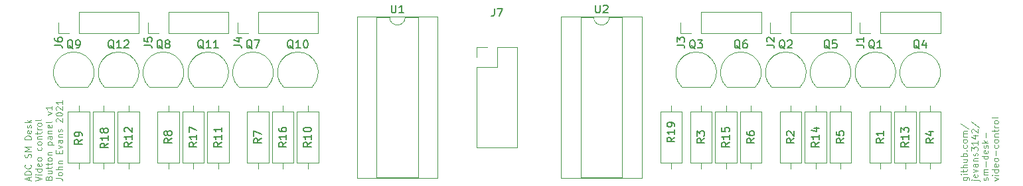
<source format=gbr>
G04 #@! TF.GenerationSoftware,KiCad,Pcbnew,(5.1.4-0-10_14)*
G04 #@! TF.CreationDate,2021-09-19T18:42:46+01:00*
G04 #@! TF.ProjectId,switch-module,73776974-6368-42d6-9d6f-64756c652e6b,rev?*
G04 #@! TF.SameCoordinates,Original*
G04 #@! TF.FileFunction,Legend,Top*
G04 #@! TF.FilePolarity,Positive*
%FSLAX46Y46*%
G04 Gerber Fmt 4.6, Leading zero omitted, Abs format (unit mm)*
G04 Created by KiCad (PCBNEW (5.1.4-0-10_14)) date 2021-09-19 18:42:46*
%MOMM*%
%LPD*%
G04 APERTURE LIST*
%ADD10C,0.125000*%
%ADD11C,0.120000*%
%ADD12C,0.150000*%
G04 APERTURE END LIST*
D10*
X155681071Y-75375416D02*
X156328690Y-75375416D01*
X156404880Y-75413511D01*
X156442976Y-75451607D01*
X156481071Y-75527797D01*
X156481071Y-75642083D01*
X156442976Y-75718273D01*
X156176309Y-75375416D02*
X156214404Y-75451607D01*
X156214404Y-75603988D01*
X156176309Y-75680178D01*
X156138214Y-75718273D01*
X156062023Y-75756369D01*
X155833452Y-75756369D01*
X155757261Y-75718273D01*
X155719166Y-75680178D01*
X155681071Y-75603988D01*
X155681071Y-75451607D01*
X155719166Y-75375416D01*
X156214404Y-74994464D02*
X155681071Y-74994464D01*
X155414404Y-74994464D02*
X155452500Y-75032559D01*
X155490595Y-74994464D01*
X155452500Y-74956369D01*
X155414404Y-74994464D01*
X155490595Y-74994464D01*
X155681071Y-74727797D02*
X155681071Y-74423035D01*
X155414404Y-74613511D02*
X156100119Y-74613511D01*
X156176309Y-74575416D01*
X156214404Y-74499226D01*
X156214404Y-74423035D01*
X156214404Y-74156369D02*
X155414404Y-74156369D01*
X156214404Y-73813511D02*
X155795357Y-73813511D01*
X155719166Y-73851607D01*
X155681071Y-73927797D01*
X155681071Y-74042083D01*
X155719166Y-74118273D01*
X155757261Y-74156369D01*
X155681071Y-73089702D02*
X156214404Y-73089702D01*
X155681071Y-73432559D02*
X156100119Y-73432559D01*
X156176309Y-73394464D01*
X156214404Y-73318273D01*
X156214404Y-73203988D01*
X156176309Y-73127797D01*
X156138214Y-73089702D01*
X156214404Y-72708750D02*
X155414404Y-72708750D01*
X155719166Y-72708750D02*
X155681071Y-72632559D01*
X155681071Y-72480178D01*
X155719166Y-72403988D01*
X155757261Y-72365892D01*
X155833452Y-72327797D01*
X156062023Y-72327797D01*
X156138214Y-72365892D01*
X156176309Y-72403988D01*
X156214404Y-72480178D01*
X156214404Y-72632559D01*
X156176309Y-72708750D01*
X156138214Y-71984940D02*
X156176309Y-71946845D01*
X156214404Y-71984940D01*
X156176309Y-72023035D01*
X156138214Y-71984940D01*
X156214404Y-71984940D01*
X156176309Y-71261130D02*
X156214404Y-71337321D01*
X156214404Y-71489702D01*
X156176309Y-71565892D01*
X156138214Y-71603988D01*
X156062023Y-71642083D01*
X155833452Y-71642083D01*
X155757261Y-71603988D01*
X155719166Y-71565892D01*
X155681071Y-71489702D01*
X155681071Y-71337321D01*
X155719166Y-71261130D01*
X156214404Y-70803988D02*
X156176309Y-70880178D01*
X156138214Y-70918273D01*
X156062023Y-70956369D01*
X155833452Y-70956369D01*
X155757261Y-70918273D01*
X155719166Y-70880178D01*
X155681071Y-70803988D01*
X155681071Y-70689702D01*
X155719166Y-70613511D01*
X155757261Y-70575416D01*
X155833452Y-70537321D01*
X156062023Y-70537321D01*
X156138214Y-70575416D01*
X156176309Y-70613511D01*
X156214404Y-70689702D01*
X156214404Y-70803988D01*
X156214404Y-70194464D02*
X155681071Y-70194464D01*
X155757261Y-70194464D02*
X155719166Y-70156369D01*
X155681071Y-70080178D01*
X155681071Y-69965892D01*
X155719166Y-69889702D01*
X155795357Y-69851607D01*
X156214404Y-69851607D01*
X155795357Y-69851607D02*
X155719166Y-69813511D01*
X155681071Y-69737321D01*
X155681071Y-69623035D01*
X155719166Y-69546845D01*
X155795357Y-69508750D01*
X156214404Y-69508750D01*
X155376309Y-68556369D02*
X156404880Y-69242083D01*
X157006071Y-75718273D02*
X157691785Y-75718273D01*
X157767976Y-75756369D01*
X157806071Y-75832559D01*
X157806071Y-75870654D01*
X156739404Y-75718273D02*
X156777500Y-75756369D01*
X156815595Y-75718273D01*
X156777500Y-75680178D01*
X156739404Y-75718273D01*
X156815595Y-75718273D01*
X157501309Y-75032559D02*
X157539404Y-75108750D01*
X157539404Y-75261130D01*
X157501309Y-75337321D01*
X157425119Y-75375416D01*
X157120357Y-75375416D01*
X157044166Y-75337321D01*
X157006071Y-75261130D01*
X157006071Y-75108750D01*
X157044166Y-75032559D01*
X157120357Y-74994464D01*
X157196547Y-74994464D01*
X157272738Y-75375416D01*
X157006071Y-74727797D02*
X157539404Y-74537321D01*
X157006071Y-74346845D01*
X157539404Y-73699226D02*
X157120357Y-73699226D01*
X157044166Y-73737321D01*
X157006071Y-73813511D01*
X157006071Y-73965892D01*
X157044166Y-74042083D01*
X157501309Y-73699226D02*
X157539404Y-73775416D01*
X157539404Y-73965892D01*
X157501309Y-74042083D01*
X157425119Y-74080178D01*
X157348928Y-74080178D01*
X157272738Y-74042083D01*
X157234642Y-73965892D01*
X157234642Y-73775416D01*
X157196547Y-73699226D01*
X157006071Y-73318273D02*
X157539404Y-73318273D01*
X157082261Y-73318273D02*
X157044166Y-73280178D01*
X157006071Y-73203988D01*
X157006071Y-73089702D01*
X157044166Y-73013511D01*
X157120357Y-72975416D01*
X157539404Y-72975416D01*
X157501309Y-72632559D02*
X157539404Y-72556369D01*
X157539404Y-72403988D01*
X157501309Y-72327797D01*
X157425119Y-72289702D01*
X157387023Y-72289702D01*
X157310833Y-72327797D01*
X157272738Y-72403988D01*
X157272738Y-72518273D01*
X157234642Y-72594464D01*
X157158452Y-72632559D01*
X157120357Y-72632559D01*
X157044166Y-72594464D01*
X157006071Y-72518273D01*
X157006071Y-72403988D01*
X157044166Y-72327797D01*
X156739404Y-72023035D02*
X156739404Y-71527797D01*
X157044166Y-71794464D01*
X157044166Y-71680178D01*
X157082261Y-71603988D01*
X157120357Y-71565892D01*
X157196547Y-71527797D01*
X157387023Y-71527797D01*
X157463214Y-71565892D01*
X157501309Y-71603988D01*
X157539404Y-71680178D01*
X157539404Y-71908750D01*
X157501309Y-71984940D01*
X157463214Y-72023035D01*
X157539404Y-70765892D02*
X157539404Y-71223035D01*
X157539404Y-70994464D02*
X156739404Y-70994464D01*
X156853690Y-71070654D01*
X156929880Y-71146845D01*
X156967976Y-71223035D01*
X157006071Y-70080178D02*
X157539404Y-70080178D01*
X156701309Y-70270654D02*
X157272738Y-70461130D01*
X157272738Y-69965892D01*
X156815595Y-69699226D02*
X156777500Y-69661130D01*
X156739404Y-69584940D01*
X156739404Y-69394464D01*
X156777500Y-69318273D01*
X156815595Y-69280178D01*
X156891785Y-69242083D01*
X156967976Y-69242083D01*
X157082261Y-69280178D01*
X157539404Y-69737321D01*
X157539404Y-69242083D01*
X156701309Y-68327797D02*
X157729880Y-69013511D01*
X158826309Y-75756369D02*
X158864404Y-75680178D01*
X158864404Y-75527797D01*
X158826309Y-75451607D01*
X158750119Y-75413511D01*
X158712023Y-75413511D01*
X158635833Y-75451607D01*
X158597738Y-75527797D01*
X158597738Y-75642083D01*
X158559642Y-75718273D01*
X158483452Y-75756369D01*
X158445357Y-75756369D01*
X158369166Y-75718273D01*
X158331071Y-75642083D01*
X158331071Y-75527797D01*
X158369166Y-75451607D01*
X158864404Y-75070654D02*
X158331071Y-75070654D01*
X158407261Y-75070654D02*
X158369166Y-75032559D01*
X158331071Y-74956369D01*
X158331071Y-74842083D01*
X158369166Y-74765892D01*
X158445357Y-74727797D01*
X158864404Y-74727797D01*
X158445357Y-74727797D02*
X158369166Y-74689702D01*
X158331071Y-74613511D01*
X158331071Y-74499226D01*
X158369166Y-74423035D01*
X158445357Y-74384940D01*
X158864404Y-74384940D01*
X158559642Y-74003988D02*
X158559642Y-73394464D01*
X158864404Y-72670654D02*
X158064404Y-72670654D01*
X158826309Y-72670654D02*
X158864404Y-72746845D01*
X158864404Y-72899226D01*
X158826309Y-72975416D01*
X158788214Y-73013511D01*
X158712023Y-73051607D01*
X158483452Y-73051607D01*
X158407261Y-73013511D01*
X158369166Y-72975416D01*
X158331071Y-72899226D01*
X158331071Y-72746845D01*
X158369166Y-72670654D01*
X158826309Y-71984940D02*
X158864404Y-72061130D01*
X158864404Y-72213511D01*
X158826309Y-72289702D01*
X158750119Y-72327797D01*
X158445357Y-72327797D01*
X158369166Y-72289702D01*
X158331071Y-72213511D01*
X158331071Y-72061130D01*
X158369166Y-71984940D01*
X158445357Y-71946845D01*
X158521547Y-71946845D01*
X158597738Y-72327797D01*
X158826309Y-71642083D02*
X158864404Y-71565892D01*
X158864404Y-71413511D01*
X158826309Y-71337321D01*
X158750119Y-71299226D01*
X158712023Y-71299226D01*
X158635833Y-71337321D01*
X158597738Y-71413511D01*
X158597738Y-71527797D01*
X158559642Y-71603988D01*
X158483452Y-71642083D01*
X158445357Y-71642083D01*
X158369166Y-71603988D01*
X158331071Y-71527797D01*
X158331071Y-71413511D01*
X158369166Y-71337321D01*
X158864404Y-70956369D02*
X158064404Y-70956369D01*
X158559642Y-70880178D02*
X158864404Y-70651607D01*
X158331071Y-70651607D02*
X158635833Y-70956369D01*
X158559642Y-70308750D02*
X158559642Y-69699226D01*
X159656071Y-75794464D02*
X160189404Y-75603988D01*
X159656071Y-75413511D01*
X160189404Y-75108750D02*
X159656071Y-75108750D01*
X159389404Y-75108750D02*
X159427500Y-75146845D01*
X159465595Y-75108750D01*
X159427500Y-75070654D01*
X159389404Y-75108750D01*
X159465595Y-75108750D01*
X160189404Y-74384940D02*
X159389404Y-74384940D01*
X160151309Y-74384940D02*
X160189404Y-74461130D01*
X160189404Y-74613511D01*
X160151309Y-74689702D01*
X160113214Y-74727797D01*
X160037023Y-74765892D01*
X159808452Y-74765892D01*
X159732261Y-74727797D01*
X159694166Y-74689702D01*
X159656071Y-74613511D01*
X159656071Y-74461130D01*
X159694166Y-74384940D01*
X160151309Y-73699226D02*
X160189404Y-73775416D01*
X160189404Y-73927797D01*
X160151309Y-74003988D01*
X160075119Y-74042083D01*
X159770357Y-74042083D01*
X159694166Y-74003988D01*
X159656071Y-73927797D01*
X159656071Y-73775416D01*
X159694166Y-73699226D01*
X159770357Y-73661130D01*
X159846547Y-73661130D01*
X159922738Y-74042083D01*
X160189404Y-73203988D02*
X160151309Y-73280178D01*
X160113214Y-73318273D01*
X160037023Y-73356369D01*
X159808452Y-73356369D01*
X159732261Y-73318273D01*
X159694166Y-73280178D01*
X159656071Y-73203988D01*
X159656071Y-73089702D01*
X159694166Y-73013511D01*
X159732261Y-72975416D01*
X159808452Y-72937321D01*
X160037023Y-72937321D01*
X160113214Y-72975416D01*
X160151309Y-73013511D01*
X160189404Y-73089702D01*
X160189404Y-73203988D01*
X159884642Y-72594464D02*
X159884642Y-71984940D01*
X160151309Y-71261130D02*
X160189404Y-71337321D01*
X160189404Y-71489702D01*
X160151309Y-71565892D01*
X160113214Y-71603988D01*
X160037023Y-71642083D01*
X159808452Y-71642083D01*
X159732261Y-71603988D01*
X159694166Y-71565892D01*
X159656071Y-71489702D01*
X159656071Y-71337321D01*
X159694166Y-71261130D01*
X160189404Y-70803988D02*
X160151309Y-70880178D01*
X160113214Y-70918273D01*
X160037023Y-70956369D01*
X159808452Y-70956369D01*
X159732261Y-70918273D01*
X159694166Y-70880178D01*
X159656071Y-70803988D01*
X159656071Y-70689702D01*
X159694166Y-70613511D01*
X159732261Y-70575416D01*
X159808452Y-70537321D01*
X160037023Y-70537321D01*
X160113214Y-70575416D01*
X160151309Y-70613511D01*
X160189404Y-70689702D01*
X160189404Y-70803988D01*
X159656071Y-70194464D02*
X160189404Y-70194464D01*
X159732261Y-70194464D02*
X159694166Y-70156369D01*
X159656071Y-70080178D01*
X159656071Y-69965892D01*
X159694166Y-69889702D01*
X159770357Y-69851607D01*
X160189404Y-69851607D01*
X159656071Y-69584940D02*
X159656071Y-69280178D01*
X159389404Y-69470654D02*
X160075119Y-69470654D01*
X160151309Y-69432559D01*
X160189404Y-69356369D01*
X160189404Y-69280178D01*
X160189404Y-69013511D02*
X159656071Y-69013511D01*
X159808452Y-69013511D02*
X159732261Y-68975416D01*
X159694166Y-68937321D01*
X159656071Y-68861130D01*
X159656071Y-68784940D01*
X160189404Y-68403988D02*
X160151309Y-68480178D01*
X160113214Y-68518273D01*
X160037023Y-68556369D01*
X159808452Y-68556369D01*
X159732261Y-68518273D01*
X159694166Y-68480178D01*
X159656071Y-68403988D01*
X159656071Y-68289702D01*
X159694166Y-68213511D01*
X159732261Y-68175416D01*
X159808452Y-68137321D01*
X160037023Y-68137321D01*
X160113214Y-68175416D01*
X160151309Y-68213511D01*
X160189404Y-68289702D01*
X160189404Y-68403988D01*
X160189404Y-67680178D02*
X160151309Y-67756369D01*
X160075119Y-67794464D01*
X159389404Y-67794464D01*
X36605833Y-75756369D02*
X36605833Y-75375416D01*
X36834404Y-75832559D02*
X36034404Y-75565892D01*
X36834404Y-75299226D01*
X36834404Y-75032559D02*
X36034404Y-75032559D01*
X36034404Y-74842083D01*
X36072500Y-74727797D01*
X36148690Y-74651607D01*
X36224880Y-74613511D01*
X36377261Y-74575416D01*
X36491547Y-74575416D01*
X36643928Y-74613511D01*
X36720119Y-74651607D01*
X36796309Y-74727797D01*
X36834404Y-74842083D01*
X36834404Y-75032559D01*
X36758214Y-73775416D02*
X36796309Y-73813511D01*
X36834404Y-73927797D01*
X36834404Y-74003988D01*
X36796309Y-74118273D01*
X36720119Y-74194464D01*
X36643928Y-74232559D01*
X36491547Y-74270654D01*
X36377261Y-74270654D01*
X36224880Y-74232559D01*
X36148690Y-74194464D01*
X36072500Y-74118273D01*
X36034404Y-74003988D01*
X36034404Y-73927797D01*
X36072500Y-73813511D01*
X36110595Y-73775416D01*
X36796309Y-72861130D02*
X36834404Y-72746845D01*
X36834404Y-72556369D01*
X36796309Y-72480178D01*
X36758214Y-72442083D01*
X36682023Y-72403988D01*
X36605833Y-72403988D01*
X36529642Y-72442083D01*
X36491547Y-72480178D01*
X36453452Y-72556369D01*
X36415357Y-72708750D01*
X36377261Y-72784940D01*
X36339166Y-72823035D01*
X36262976Y-72861130D01*
X36186785Y-72861130D01*
X36110595Y-72823035D01*
X36072500Y-72784940D01*
X36034404Y-72708750D01*
X36034404Y-72518273D01*
X36072500Y-72403988D01*
X36834404Y-72061130D02*
X36034404Y-72061130D01*
X36605833Y-71794464D01*
X36034404Y-71527797D01*
X36834404Y-71527797D01*
X36834404Y-70537321D02*
X36034404Y-70537321D01*
X36034404Y-70346845D01*
X36072500Y-70232559D01*
X36148690Y-70156369D01*
X36224880Y-70118273D01*
X36377261Y-70080178D01*
X36491547Y-70080178D01*
X36643928Y-70118273D01*
X36720119Y-70156369D01*
X36796309Y-70232559D01*
X36834404Y-70346845D01*
X36834404Y-70537321D01*
X36796309Y-69432559D02*
X36834404Y-69508750D01*
X36834404Y-69661130D01*
X36796309Y-69737321D01*
X36720119Y-69775416D01*
X36415357Y-69775416D01*
X36339166Y-69737321D01*
X36301071Y-69661130D01*
X36301071Y-69508750D01*
X36339166Y-69432559D01*
X36415357Y-69394464D01*
X36491547Y-69394464D01*
X36567738Y-69775416D01*
X36796309Y-69089702D02*
X36834404Y-69013511D01*
X36834404Y-68861130D01*
X36796309Y-68784940D01*
X36720119Y-68746845D01*
X36682023Y-68746845D01*
X36605833Y-68784940D01*
X36567738Y-68861130D01*
X36567738Y-68975416D01*
X36529642Y-69051607D01*
X36453452Y-69089702D01*
X36415357Y-69089702D01*
X36339166Y-69051607D01*
X36301071Y-68975416D01*
X36301071Y-68861130D01*
X36339166Y-68784940D01*
X36834404Y-68403988D02*
X36034404Y-68403988D01*
X36529642Y-68327797D02*
X36834404Y-68099226D01*
X36301071Y-68099226D02*
X36605833Y-68403988D01*
X37359404Y-75832559D02*
X38159404Y-75565892D01*
X37359404Y-75299226D01*
X38159404Y-75032559D02*
X37626071Y-75032559D01*
X37359404Y-75032559D02*
X37397500Y-75070654D01*
X37435595Y-75032559D01*
X37397500Y-74994464D01*
X37359404Y-75032559D01*
X37435595Y-75032559D01*
X38159404Y-74308750D02*
X37359404Y-74308750D01*
X38121309Y-74308750D02*
X38159404Y-74384940D01*
X38159404Y-74537321D01*
X38121309Y-74613511D01*
X38083214Y-74651607D01*
X38007023Y-74689702D01*
X37778452Y-74689702D01*
X37702261Y-74651607D01*
X37664166Y-74613511D01*
X37626071Y-74537321D01*
X37626071Y-74384940D01*
X37664166Y-74308750D01*
X38121309Y-73623035D02*
X38159404Y-73699226D01*
X38159404Y-73851607D01*
X38121309Y-73927797D01*
X38045119Y-73965892D01*
X37740357Y-73965892D01*
X37664166Y-73927797D01*
X37626071Y-73851607D01*
X37626071Y-73699226D01*
X37664166Y-73623035D01*
X37740357Y-73584940D01*
X37816547Y-73584940D01*
X37892738Y-73965892D01*
X38159404Y-73127797D02*
X38121309Y-73203988D01*
X38083214Y-73242083D01*
X38007023Y-73280178D01*
X37778452Y-73280178D01*
X37702261Y-73242083D01*
X37664166Y-73203988D01*
X37626071Y-73127797D01*
X37626071Y-73013511D01*
X37664166Y-72937321D01*
X37702261Y-72899226D01*
X37778452Y-72861130D01*
X38007023Y-72861130D01*
X38083214Y-72899226D01*
X38121309Y-72937321D01*
X38159404Y-73013511D01*
X38159404Y-73127797D01*
X38121309Y-71565892D02*
X38159404Y-71642083D01*
X38159404Y-71794464D01*
X38121309Y-71870654D01*
X38083214Y-71908750D01*
X38007023Y-71946845D01*
X37778452Y-71946845D01*
X37702261Y-71908750D01*
X37664166Y-71870654D01*
X37626071Y-71794464D01*
X37626071Y-71642083D01*
X37664166Y-71565892D01*
X38159404Y-71108750D02*
X38121309Y-71184940D01*
X38083214Y-71223035D01*
X38007023Y-71261130D01*
X37778452Y-71261130D01*
X37702261Y-71223035D01*
X37664166Y-71184940D01*
X37626071Y-71108750D01*
X37626071Y-70994464D01*
X37664166Y-70918273D01*
X37702261Y-70880178D01*
X37778452Y-70842083D01*
X38007023Y-70842083D01*
X38083214Y-70880178D01*
X38121309Y-70918273D01*
X38159404Y-70994464D01*
X38159404Y-71108750D01*
X37626071Y-70499226D02*
X38159404Y-70499226D01*
X37702261Y-70499226D02*
X37664166Y-70461130D01*
X37626071Y-70384940D01*
X37626071Y-70270654D01*
X37664166Y-70194464D01*
X37740357Y-70156369D01*
X38159404Y-70156369D01*
X37626071Y-69889702D02*
X37626071Y-69584940D01*
X37359404Y-69775416D02*
X38045119Y-69775416D01*
X38121309Y-69737321D01*
X38159404Y-69661130D01*
X38159404Y-69584940D01*
X38159404Y-69318273D02*
X37626071Y-69318273D01*
X37778452Y-69318273D02*
X37702261Y-69280178D01*
X37664166Y-69242083D01*
X37626071Y-69165892D01*
X37626071Y-69089702D01*
X38159404Y-68708750D02*
X38121309Y-68784940D01*
X38083214Y-68823035D01*
X38007023Y-68861130D01*
X37778452Y-68861130D01*
X37702261Y-68823035D01*
X37664166Y-68784940D01*
X37626071Y-68708750D01*
X37626071Y-68594464D01*
X37664166Y-68518273D01*
X37702261Y-68480178D01*
X37778452Y-68442083D01*
X38007023Y-68442083D01*
X38083214Y-68480178D01*
X38121309Y-68518273D01*
X38159404Y-68594464D01*
X38159404Y-68708750D01*
X38159404Y-67984940D02*
X38121309Y-68061130D01*
X38045119Y-68099226D01*
X37359404Y-68099226D01*
X39065357Y-75451607D02*
X39103452Y-75337321D01*
X39141547Y-75299226D01*
X39217738Y-75261130D01*
X39332023Y-75261130D01*
X39408214Y-75299226D01*
X39446309Y-75337321D01*
X39484404Y-75413511D01*
X39484404Y-75718273D01*
X38684404Y-75718273D01*
X38684404Y-75451607D01*
X38722500Y-75375416D01*
X38760595Y-75337321D01*
X38836785Y-75299226D01*
X38912976Y-75299226D01*
X38989166Y-75337321D01*
X39027261Y-75375416D01*
X39065357Y-75451607D01*
X39065357Y-75718273D01*
X38951071Y-74575416D02*
X39484404Y-74575416D01*
X38951071Y-74918273D02*
X39370119Y-74918273D01*
X39446309Y-74880178D01*
X39484404Y-74803988D01*
X39484404Y-74689702D01*
X39446309Y-74613511D01*
X39408214Y-74575416D01*
X38951071Y-74308750D02*
X38951071Y-74003988D01*
X38684404Y-74194464D02*
X39370119Y-74194464D01*
X39446309Y-74156369D01*
X39484404Y-74080178D01*
X39484404Y-74003988D01*
X38951071Y-73851607D02*
X38951071Y-73546845D01*
X38684404Y-73737321D02*
X39370119Y-73737321D01*
X39446309Y-73699226D01*
X39484404Y-73623035D01*
X39484404Y-73546845D01*
X39484404Y-73165892D02*
X39446309Y-73242083D01*
X39408214Y-73280178D01*
X39332023Y-73318273D01*
X39103452Y-73318273D01*
X39027261Y-73280178D01*
X38989166Y-73242083D01*
X38951071Y-73165892D01*
X38951071Y-73051607D01*
X38989166Y-72975416D01*
X39027261Y-72937321D01*
X39103452Y-72899226D01*
X39332023Y-72899226D01*
X39408214Y-72937321D01*
X39446309Y-72975416D01*
X39484404Y-73051607D01*
X39484404Y-73165892D01*
X38951071Y-72556369D02*
X39484404Y-72556369D01*
X39027261Y-72556369D02*
X38989166Y-72518273D01*
X38951071Y-72442083D01*
X38951071Y-72327797D01*
X38989166Y-72251607D01*
X39065357Y-72213511D01*
X39484404Y-72213511D01*
X38951071Y-71223035D02*
X39751071Y-71223035D01*
X38989166Y-71223035D02*
X38951071Y-71146845D01*
X38951071Y-70994464D01*
X38989166Y-70918273D01*
X39027261Y-70880178D01*
X39103452Y-70842083D01*
X39332023Y-70842083D01*
X39408214Y-70880178D01*
X39446309Y-70918273D01*
X39484404Y-70994464D01*
X39484404Y-71146845D01*
X39446309Y-71223035D01*
X39484404Y-70156369D02*
X39065357Y-70156369D01*
X38989166Y-70194464D01*
X38951071Y-70270654D01*
X38951071Y-70423035D01*
X38989166Y-70499226D01*
X39446309Y-70156369D02*
X39484404Y-70232559D01*
X39484404Y-70423035D01*
X39446309Y-70499226D01*
X39370119Y-70537321D01*
X39293928Y-70537321D01*
X39217738Y-70499226D01*
X39179642Y-70423035D01*
X39179642Y-70232559D01*
X39141547Y-70156369D01*
X38951071Y-69775416D02*
X39484404Y-69775416D01*
X39027261Y-69775416D02*
X38989166Y-69737321D01*
X38951071Y-69661130D01*
X38951071Y-69546845D01*
X38989166Y-69470654D01*
X39065357Y-69432559D01*
X39484404Y-69432559D01*
X39446309Y-68746845D02*
X39484404Y-68823035D01*
X39484404Y-68975416D01*
X39446309Y-69051607D01*
X39370119Y-69089702D01*
X39065357Y-69089702D01*
X38989166Y-69051607D01*
X38951071Y-68975416D01*
X38951071Y-68823035D01*
X38989166Y-68746845D01*
X39065357Y-68708750D01*
X39141547Y-68708750D01*
X39217738Y-69089702D01*
X39484404Y-68251607D02*
X39446309Y-68327797D01*
X39370119Y-68365892D01*
X38684404Y-68365892D01*
X38951071Y-67413511D02*
X39484404Y-67223035D01*
X38951071Y-67032559D01*
X39484404Y-66308750D02*
X39484404Y-66765892D01*
X39484404Y-66537321D02*
X38684404Y-66537321D01*
X38798690Y-66613511D01*
X38874880Y-66689702D01*
X38912976Y-66765892D01*
X40009404Y-75489702D02*
X40580833Y-75489702D01*
X40695119Y-75527797D01*
X40771309Y-75603988D01*
X40809404Y-75718273D01*
X40809404Y-75794464D01*
X40809404Y-74994464D02*
X40771309Y-75070654D01*
X40733214Y-75108750D01*
X40657023Y-75146845D01*
X40428452Y-75146845D01*
X40352261Y-75108750D01*
X40314166Y-75070654D01*
X40276071Y-74994464D01*
X40276071Y-74880178D01*
X40314166Y-74803988D01*
X40352261Y-74765892D01*
X40428452Y-74727797D01*
X40657023Y-74727797D01*
X40733214Y-74765892D01*
X40771309Y-74803988D01*
X40809404Y-74880178D01*
X40809404Y-74994464D01*
X40809404Y-74384940D02*
X40009404Y-74384940D01*
X40809404Y-74042083D02*
X40390357Y-74042083D01*
X40314166Y-74080178D01*
X40276071Y-74156369D01*
X40276071Y-74270654D01*
X40314166Y-74346845D01*
X40352261Y-74384940D01*
X40276071Y-73661130D02*
X40809404Y-73661130D01*
X40352261Y-73661130D02*
X40314166Y-73623035D01*
X40276071Y-73546845D01*
X40276071Y-73432559D01*
X40314166Y-73356369D01*
X40390357Y-73318273D01*
X40809404Y-73318273D01*
X40390357Y-72327797D02*
X40390357Y-72061130D01*
X40809404Y-71946845D02*
X40809404Y-72327797D01*
X40009404Y-72327797D01*
X40009404Y-71946845D01*
X40276071Y-71680178D02*
X40809404Y-71489702D01*
X40276071Y-71299226D01*
X40809404Y-70651607D02*
X40390357Y-70651607D01*
X40314166Y-70689702D01*
X40276071Y-70765892D01*
X40276071Y-70918273D01*
X40314166Y-70994464D01*
X40771309Y-70651607D02*
X40809404Y-70727797D01*
X40809404Y-70918273D01*
X40771309Y-70994464D01*
X40695119Y-71032559D01*
X40618928Y-71032559D01*
X40542738Y-70994464D01*
X40504642Y-70918273D01*
X40504642Y-70727797D01*
X40466547Y-70651607D01*
X40276071Y-70270654D02*
X40809404Y-70270654D01*
X40352261Y-70270654D02*
X40314166Y-70232559D01*
X40276071Y-70156369D01*
X40276071Y-70042083D01*
X40314166Y-69965892D01*
X40390357Y-69927797D01*
X40809404Y-69927797D01*
X40771309Y-69584940D02*
X40809404Y-69508750D01*
X40809404Y-69356369D01*
X40771309Y-69280178D01*
X40695119Y-69242083D01*
X40657023Y-69242083D01*
X40580833Y-69280178D01*
X40542738Y-69356369D01*
X40542738Y-69470654D01*
X40504642Y-69546845D01*
X40428452Y-69584940D01*
X40390357Y-69584940D01*
X40314166Y-69546845D01*
X40276071Y-69470654D01*
X40276071Y-69356369D01*
X40314166Y-69280178D01*
X40085595Y-68327797D02*
X40047500Y-68289702D01*
X40009404Y-68213511D01*
X40009404Y-68023035D01*
X40047500Y-67946845D01*
X40085595Y-67908750D01*
X40161785Y-67870654D01*
X40237976Y-67870654D01*
X40352261Y-67908750D01*
X40809404Y-68365892D01*
X40809404Y-67870654D01*
X40009404Y-67375416D02*
X40009404Y-67299226D01*
X40047500Y-67223035D01*
X40085595Y-67184940D01*
X40161785Y-67146845D01*
X40314166Y-67108750D01*
X40504642Y-67108750D01*
X40657023Y-67146845D01*
X40733214Y-67184940D01*
X40771309Y-67223035D01*
X40809404Y-67299226D01*
X40809404Y-67375416D01*
X40771309Y-67451607D01*
X40733214Y-67489702D01*
X40657023Y-67527797D01*
X40504642Y-67565892D01*
X40314166Y-67565892D01*
X40161785Y-67527797D01*
X40085595Y-67489702D01*
X40047500Y-67451607D01*
X40009404Y-67375416D01*
X40085595Y-66803988D02*
X40047500Y-66765892D01*
X40009404Y-66689702D01*
X40009404Y-66499226D01*
X40047500Y-66423035D01*
X40085595Y-66384940D01*
X40161785Y-66346845D01*
X40237976Y-66346845D01*
X40352261Y-66384940D01*
X40809404Y-66842083D01*
X40809404Y-66346845D01*
X40809404Y-65584940D02*
X40809404Y-66042083D01*
X40809404Y-65813511D02*
X40009404Y-65813511D01*
X40123690Y-65889702D01*
X40199880Y-65965892D01*
X40237976Y-66042083D01*
D11*
X44275000Y-67005000D02*
X41535000Y-67005000D01*
X41535000Y-67005000D02*
X41535000Y-73545000D01*
X41535000Y-73545000D02*
X44275000Y-73545000D01*
X44275000Y-73545000D02*
X44275000Y-67005000D01*
X42905000Y-66235000D02*
X42905000Y-67005000D01*
X42905000Y-74315000D02*
X42905000Y-73545000D01*
X110580000Y-54975000D02*
G75*
G02X108580000Y-54975000I-1000000J0D01*
G01*
X108580000Y-54975000D02*
X106930000Y-54975000D01*
X106930000Y-54975000D02*
X106930000Y-75415000D01*
X106930000Y-75415000D02*
X112230000Y-75415000D01*
X112230000Y-75415000D02*
X112230000Y-54975000D01*
X112230000Y-54975000D02*
X110580000Y-54975000D01*
X104440000Y-54915000D02*
X104440000Y-75475000D01*
X104440000Y-75475000D02*
X114720000Y-75475000D01*
X114720000Y-75475000D02*
X114720000Y-54915000D01*
X114720000Y-54915000D02*
X104440000Y-54915000D01*
X119845000Y-63870000D02*
X123445000Y-63870000D01*
X119806522Y-63858478D02*
G75*
G02X121645000Y-59420000I1838478J1838478D01*
G01*
X123483478Y-63858478D02*
G75*
G03X121645000Y-59420000I-1838478J1838478D01*
G01*
X93645000Y-58785000D02*
X94975000Y-58785000D01*
X93645000Y-60115000D02*
X93645000Y-58785000D01*
X96245000Y-58785000D02*
X98845000Y-58785000D01*
X96245000Y-61385000D02*
X96245000Y-58785000D01*
X93645000Y-61385000D02*
X96245000Y-61385000D01*
X98845000Y-58785000D02*
X98845000Y-71605000D01*
X93645000Y-61385000D02*
X93645000Y-71605000D01*
X93645000Y-71605000D02*
X98845000Y-71605000D01*
X152820000Y-57000000D02*
X152820000Y-54340000D01*
X145140000Y-57000000D02*
X152820000Y-57000000D01*
X145140000Y-54340000D02*
X152820000Y-54340000D01*
X145140000Y-57000000D02*
X145140000Y-54340000D01*
X143870000Y-57000000D02*
X142540000Y-57000000D01*
X142540000Y-57000000D02*
X142540000Y-55670000D01*
X131110000Y-57000000D02*
X131110000Y-55670000D01*
X132440000Y-57000000D02*
X131110000Y-57000000D01*
X133710000Y-57000000D02*
X133710000Y-54340000D01*
X133710000Y-54340000D02*
X141390000Y-54340000D01*
X133710000Y-57000000D02*
X141390000Y-57000000D01*
X141390000Y-57000000D02*
X141390000Y-54340000D01*
X129960000Y-57000000D02*
X129960000Y-54340000D01*
X122280000Y-57000000D02*
X129960000Y-57000000D01*
X122280000Y-54340000D02*
X129960000Y-54340000D01*
X122280000Y-57000000D02*
X122280000Y-54340000D01*
X121010000Y-57000000D02*
X119680000Y-57000000D01*
X119680000Y-57000000D02*
X119680000Y-55670000D01*
X63165000Y-57000000D02*
X63165000Y-55670000D01*
X64495000Y-57000000D02*
X63165000Y-57000000D01*
X65765000Y-57000000D02*
X65765000Y-54340000D01*
X65765000Y-54340000D02*
X73445000Y-54340000D01*
X65765000Y-57000000D02*
X73445000Y-57000000D01*
X73445000Y-57000000D02*
X73445000Y-54340000D01*
X62015000Y-57000000D02*
X62015000Y-54340000D01*
X54335000Y-57000000D02*
X62015000Y-57000000D01*
X54335000Y-54340000D02*
X62015000Y-54340000D01*
X54335000Y-57000000D02*
X54335000Y-54340000D01*
X53065000Y-57000000D02*
X51735000Y-57000000D01*
X51735000Y-57000000D02*
X51735000Y-55670000D01*
X40305000Y-57000000D02*
X40305000Y-55670000D01*
X41635000Y-57000000D02*
X40305000Y-57000000D01*
X42905000Y-57000000D02*
X42905000Y-54340000D01*
X42905000Y-54340000D02*
X50585000Y-54340000D01*
X42905000Y-57000000D02*
X50585000Y-57000000D01*
X50585000Y-57000000D02*
X50585000Y-54340000D01*
X142705000Y-63870000D02*
X146305000Y-63870000D01*
X142666522Y-63858478D02*
G75*
G02X144505000Y-59420000I1838478J1838478D01*
G01*
X146343478Y-63858478D02*
G75*
G03X144505000Y-59420000I-1838478J1838478D01*
G01*
X131275000Y-63870000D02*
X134875000Y-63870000D01*
X131236522Y-63858478D02*
G75*
G02X133075000Y-59420000I1838478J1838478D01*
G01*
X134913478Y-63858478D02*
G75*
G03X133075000Y-59420000I-1838478J1838478D01*
G01*
X148420000Y-63870000D02*
X152020000Y-63870000D01*
X148381522Y-63858478D02*
G75*
G02X150220000Y-59420000I1838478J1838478D01*
G01*
X152058478Y-63858478D02*
G75*
G03X150220000Y-59420000I-1838478J1838478D01*
G01*
X140628478Y-63858478D02*
G75*
G03X138790000Y-59420000I-1838478J1838478D01*
G01*
X136951522Y-63858478D02*
G75*
G02X138790000Y-59420000I1838478J1838478D01*
G01*
X136990000Y-63870000D02*
X140590000Y-63870000D01*
X125560000Y-63870000D02*
X129160000Y-63870000D01*
X125521522Y-63858478D02*
G75*
G02X127360000Y-59420000I1838478J1838478D01*
G01*
X129198478Y-63858478D02*
G75*
G03X127360000Y-59420000I-1838478J1838478D01*
G01*
X66968478Y-63858478D02*
G75*
G03X65130000Y-59420000I-1838478J1838478D01*
G01*
X63291522Y-63858478D02*
G75*
G02X65130000Y-59420000I1838478J1838478D01*
G01*
X63330000Y-63870000D02*
X66930000Y-63870000D01*
X55538478Y-63858478D02*
G75*
G03X53700000Y-59420000I-1838478J1838478D01*
G01*
X51861522Y-63858478D02*
G75*
G02X53700000Y-59420000I1838478J1838478D01*
G01*
X51900000Y-63870000D02*
X55500000Y-63870000D01*
X44108478Y-63858478D02*
G75*
G03X42270000Y-59420000I-1838478J1838478D01*
G01*
X40431522Y-63858478D02*
G75*
G02X42270000Y-59420000I1838478J1838478D01*
G01*
X40470000Y-63870000D02*
X44070000Y-63870000D01*
X72683478Y-63858478D02*
G75*
G03X70845000Y-59420000I-1838478J1838478D01*
G01*
X69006522Y-63858478D02*
G75*
G02X70845000Y-59420000I1838478J1838478D01*
G01*
X69045000Y-63870000D02*
X72645000Y-63870000D01*
X57615000Y-63870000D02*
X61215000Y-63870000D01*
X57576522Y-63858478D02*
G75*
G02X59415000Y-59420000I1838478J1838478D01*
G01*
X61253478Y-63858478D02*
G75*
G03X59415000Y-59420000I-1838478J1838478D01*
G01*
X49823478Y-63858478D02*
G75*
G03X47985000Y-59420000I-1838478J1838478D01*
G01*
X46146522Y-63858478D02*
G75*
G02X47985000Y-59420000I1838478J1838478D01*
G01*
X46185000Y-63870000D02*
X49785000Y-63870000D01*
X145140000Y-74315000D02*
X145140000Y-73545000D01*
X145140000Y-66235000D02*
X145140000Y-67005000D01*
X146510000Y-73545000D02*
X146510000Y-67005000D01*
X143770000Y-73545000D02*
X146510000Y-73545000D01*
X143770000Y-67005000D02*
X143770000Y-73545000D01*
X146510000Y-67005000D02*
X143770000Y-67005000D01*
X133710000Y-74315000D02*
X133710000Y-73545000D01*
X133710000Y-66235000D02*
X133710000Y-67005000D01*
X135080000Y-73545000D02*
X135080000Y-67005000D01*
X132340000Y-73545000D02*
X135080000Y-73545000D01*
X132340000Y-67005000D02*
X132340000Y-73545000D01*
X135080000Y-67005000D02*
X132340000Y-67005000D01*
X123650000Y-67005000D02*
X120910000Y-67005000D01*
X120910000Y-67005000D02*
X120910000Y-73545000D01*
X120910000Y-73545000D02*
X123650000Y-73545000D01*
X123650000Y-73545000D02*
X123650000Y-67005000D01*
X122280000Y-66235000D02*
X122280000Y-67005000D01*
X122280000Y-74315000D02*
X122280000Y-73545000D01*
X151490000Y-74315000D02*
X151490000Y-73545000D01*
X151490000Y-66235000D02*
X151490000Y-67005000D01*
X152860000Y-73545000D02*
X152860000Y-67005000D01*
X150120000Y-73545000D02*
X152860000Y-73545000D01*
X150120000Y-67005000D02*
X150120000Y-73545000D01*
X152860000Y-67005000D02*
X150120000Y-67005000D01*
X140060000Y-74315000D02*
X140060000Y-73545000D01*
X140060000Y-66235000D02*
X140060000Y-67005000D01*
X141430000Y-73545000D02*
X141430000Y-67005000D01*
X138690000Y-73545000D02*
X141430000Y-73545000D01*
X138690000Y-67005000D02*
X138690000Y-73545000D01*
X141430000Y-67005000D02*
X138690000Y-67005000D01*
X130000000Y-67005000D02*
X127260000Y-67005000D01*
X127260000Y-67005000D02*
X127260000Y-73545000D01*
X127260000Y-73545000D02*
X130000000Y-73545000D01*
X130000000Y-73545000D02*
X130000000Y-67005000D01*
X128630000Y-66235000D02*
X128630000Y-67005000D01*
X128630000Y-74315000D02*
X128630000Y-73545000D01*
X67135000Y-67005000D02*
X64395000Y-67005000D01*
X64395000Y-67005000D02*
X64395000Y-73545000D01*
X64395000Y-73545000D02*
X67135000Y-73545000D01*
X67135000Y-73545000D02*
X67135000Y-67005000D01*
X65765000Y-66235000D02*
X65765000Y-67005000D01*
X65765000Y-74315000D02*
X65765000Y-73545000D01*
X55705000Y-67005000D02*
X52965000Y-67005000D01*
X52965000Y-67005000D02*
X52965000Y-73545000D01*
X52965000Y-73545000D02*
X55705000Y-73545000D01*
X55705000Y-73545000D02*
X55705000Y-67005000D01*
X54335000Y-66235000D02*
X54335000Y-67005000D01*
X54335000Y-74315000D02*
X54335000Y-73545000D01*
X73485000Y-67005000D02*
X70745000Y-67005000D01*
X70745000Y-67005000D02*
X70745000Y-73545000D01*
X70745000Y-73545000D02*
X73485000Y-73545000D01*
X73485000Y-73545000D02*
X73485000Y-67005000D01*
X72115000Y-66235000D02*
X72115000Y-67005000D01*
X72115000Y-74315000D02*
X72115000Y-73545000D01*
X62055000Y-67005000D02*
X59315000Y-67005000D01*
X59315000Y-67005000D02*
X59315000Y-73545000D01*
X59315000Y-73545000D02*
X62055000Y-73545000D01*
X62055000Y-73545000D02*
X62055000Y-67005000D01*
X60685000Y-66235000D02*
X60685000Y-67005000D01*
X60685000Y-74315000D02*
X60685000Y-73545000D01*
X49255000Y-74315000D02*
X49255000Y-73545000D01*
X49255000Y-66235000D02*
X49255000Y-67005000D01*
X50625000Y-73545000D02*
X50625000Y-67005000D01*
X47885000Y-73545000D02*
X50625000Y-73545000D01*
X47885000Y-67005000D02*
X47885000Y-73545000D01*
X50625000Y-67005000D02*
X47885000Y-67005000D01*
X148315000Y-74315000D02*
X148315000Y-73545000D01*
X148315000Y-66235000D02*
X148315000Y-67005000D01*
X149685000Y-73545000D02*
X149685000Y-67005000D01*
X146945000Y-73545000D02*
X149685000Y-73545000D01*
X146945000Y-67005000D02*
X146945000Y-73545000D01*
X149685000Y-67005000D02*
X146945000Y-67005000D01*
X138255000Y-67005000D02*
X135515000Y-67005000D01*
X135515000Y-67005000D02*
X135515000Y-73545000D01*
X135515000Y-73545000D02*
X138255000Y-73545000D01*
X138255000Y-73545000D02*
X138255000Y-67005000D01*
X136885000Y-66235000D02*
X136885000Y-67005000D01*
X136885000Y-74315000D02*
X136885000Y-73545000D01*
X125455000Y-74315000D02*
X125455000Y-73545000D01*
X125455000Y-66235000D02*
X125455000Y-67005000D01*
X126825000Y-73545000D02*
X126825000Y-67005000D01*
X124085000Y-73545000D02*
X126825000Y-73545000D01*
X124085000Y-67005000D02*
X124085000Y-73545000D01*
X126825000Y-67005000D02*
X124085000Y-67005000D01*
X70310000Y-67005000D02*
X67570000Y-67005000D01*
X67570000Y-67005000D02*
X67570000Y-73545000D01*
X67570000Y-73545000D02*
X70310000Y-73545000D01*
X70310000Y-73545000D02*
X70310000Y-67005000D01*
X68940000Y-66235000D02*
X68940000Y-67005000D01*
X68940000Y-74315000D02*
X68940000Y-73545000D01*
X57510000Y-74315000D02*
X57510000Y-73545000D01*
X57510000Y-66235000D02*
X57510000Y-67005000D01*
X58880000Y-73545000D02*
X58880000Y-67005000D01*
X56140000Y-73545000D02*
X58880000Y-73545000D01*
X56140000Y-67005000D02*
X56140000Y-73545000D01*
X58880000Y-67005000D02*
X56140000Y-67005000D01*
X47450000Y-67005000D02*
X44710000Y-67005000D01*
X44710000Y-67005000D02*
X44710000Y-73545000D01*
X44710000Y-73545000D02*
X47450000Y-73545000D01*
X47450000Y-73545000D02*
X47450000Y-67005000D01*
X46080000Y-66235000D02*
X46080000Y-67005000D01*
X46080000Y-74315000D02*
X46080000Y-73545000D01*
X118470000Y-66235000D02*
X118470000Y-67005000D01*
X118470000Y-74315000D02*
X118470000Y-73545000D01*
X117100000Y-67005000D02*
X117100000Y-73545000D01*
X119840000Y-67005000D02*
X117100000Y-67005000D01*
X119840000Y-73545000D02*
X119840000Y-67005000D01*
X117100000Y-73545000D02*
X119840000Y-73545000D01*
X88685000Y-54915000D02*
X78405000Y-54915000D01*
X88685000Y-75475000D02*
X88685000Y-54915000D01*
X78405000Y-75475000D02*
X88685000Y-75475000D01*
X78405000Y-54915000D02*
X78405000Y-75475000D01*
X86195000Y-54975000D02*
X84545000Y-54975000D01*
X86195000Y-75415000D02*
X86195000Y-54975000D01*
X80895000Y-75415000D02*
X86195000Y-75415000D01*
X80895000Y-54975000D02*
X80895000Y-75415000D01*
X82545000Y-54975000D02*
X80895000Y-54975000D01*
X84545000Y-54975000D02*
G75*
G02X82545000Y-54975000I-1000000J0D01*
G01*
D12*
X43357380Y-70568666D02*
X42881190Y-70902000D01*
X43357380Y-71140095D02*
X42357380Y-71140095D01*
X42357380Y-70759142D01*
X42405000Y-70663904D01*
X42452619Y-70616285D01*
X42547857Y-70568666D01*
X42690714Y-70568666D01*
X42785952Y-70616285D01*
X42833571Y-70663904D01*
X42881190Y-70759142D01*
X42881190Y-71140095D01*
X43357380Y-70092476D02*
X43357380Y-69902000D01*
X43309761Y-69806761D01*
X43262142Y-69759142D01*
X43119285Y-69663904D01*
X42928809Y-69616285D01*
X42547857Y-69616285D01*
X42452619Y-69663904D01*
X42405000Y-69711523D01*
X42357380Y-69806761D01*
X42357380Y-69997238D01*
X42405000Y-70092476D01*
X42452619Y-70140095D01*
X42547857Y-70187714D01*
X42785952Y-70187714D01*
X42881190Y-70140095D01*
X42928809Y-70092476D01*
X42976428Y-69997238D01*
X42976428Y-69806761D01*
X42928809Y-69711523D01*
X42881190Y-69663904D01*
X42785952Y-69616285D01*
X108818095Y-53427380D02*
X108818095Y-54236904D01*
X108865714Y-54332142D01*
X108913333Y-54379761D01*
X109008571Y-54427380D01*
X109199047Y-54427380D01*
X109294285Y-54379761D01*
X109341904Y-54332142D01*
X109389523Y-54236904D01*
X109389523Y-53427380D01*
X109818095Y-53522619D02*
X109865714Y-53475000D01*
X109960952Y-53427380D01*
X110199047Y-53427380D01*
X110294285Y-53475000D01*
X110341904Y-53522619D01*
X110389523Y-53617857D01*
X110389523Y-53713095D01*
X110341904Y-53855952D01*
X109770476Y-54427380D01*
X110389523Y-54427380D01*
X121549761Y-59007619D02*
X121454523Y-58960000D01*
X121359285Y-58864761D01*
X121216428Y-58721904D01*
X121121190Y-58674285D01*
X121025952Y-58674285D01*
X121073571Y-58912380D02*
X120978333Y-58864761D01*
X120883095Y-58769523D01*
X120835476Y-58579047D01*
X120835476Y-58245714D01*
X120883095Y-58055238D01*
X120978333Y-57960000D01*
X121073571Y-57912380D01*
X121264047Y-57912380D01*
X121359285Y-57960000D01*
X121454523Y-58055238D01*
X121502142Y-58245714D01*
X121502142Y-58579047D01*
X121454523Y-58769523D01*
X121359285Y-58864761D01*
X121264047Y-58912380D01*
X121073571Y-58912380D01*
X121835476Y-57912380D02*
X122454523Y-57912380D01*
X122121190Y-58293333D01*
X122264047Y-58293333D01*
X122359285Y-58340952D01*
X122406904Y-58388571D01*
X122454523Y-58483809D01*
X122454523Y-58721904D01*
X122406904Y-58817142D01*
X122359285Y-58864761D01*
X122264047Y-58912380D01*
X121978333Y-58912380D01*
X121883095Y-58864761D01*
X121835476Y-58817142D01*
X95911666Y-53852380D02*
X95911666Y-54566666D01*
X95864047Y-54709523D01*
X95768809Y-54804761D01*
X95625952Y-54852380D01*
X95530714Y-54852380D01*
X96292619Y-53852380D02*
X96959285Y-53852380D01*
X96530714Y-54852380D01*
X142052380Y-58543333D02*
X142766666Y-58543333D01*
X142909523Y-58590952D01*
X143004761Y-58686190D01*
X143052380Y-58829047D01*
X143052380Y-58924285D01*
X143052380Y-57543333D02*
X143052380Y-58114761D01*
X143052380Y-57829047D02*
X142052380Y-57829047D01*
X142195238Y-57924285D01*
X142290476Y-58019523D01*
X142338095Y-58114761D01*
X130622380Y-58543333D02*
X131336666Y-58543333D01*
X131479523Y-58590952D01*
X131574761Y-58686190D01*
X131622380Y-58829047D01*
X131622380Y-58924285D01*
X130717619Y-58114761D02*
X130670000Y-58067142D01*
X130622380Y-57971904D01*
X130622380Y-57733809D01*
X130670000Y-57638571D01*
X130717619Y-57590952D01*
X130812857Y-57543333D01*
X130908095Y-57543333D01*
X131050952Y-57590952D01*
X131622380Y-58162380D01*
X131622380Y-57543333D01*
X119192380Y-58543333D02*
X119906666Y-58543333D01*
X120049523Y-58590952D01*
X120144761Y-58686190D01*
X120192380Y-58829047D01*
X120192380Y-58924285D01*
X119192380Y-58162380D02*
X119192380Y-57543333D01*
X119573333Y-57876666D01*
X119573333Y-57733809D01*
X119620952Y-57638571D01*
X119668571Y-57590952D01*
X119763809Y-57543333D01*
X120001904Y-57543333D01*
X120097142Y-57590952D01*
X120144761Y-57638571D01*
X120192380Y-57733809D01*
X120192380Y-58019523D01*
X120144761Y-58114761D01*
X120097142Y-58162380D01*
X62677380Y-58543333D02*
X63391666Y-58543333D01*
X63534523Y-58590952D01*
X63629761Y-58686190D01*
X63677380Y-58829047D01*
X63677380Y-58924285D01*
X63010714Y-57638571D02*
X63677380Y-57638571D01*
X62629761Y-57876666D02*
X63344047Y-58114761D01*
X63344047Y-57495714D01*
X51247380Y-58543333D02*
X51961666Y-58543333D01*
X52104523Y-58590952D01*
X52199761Y-58686190D01*
X52247380Y-58829047D01*
X52247380Y-58924285D01*
X51247380Y-57590952D02*
X51247380Y-58067142D01*
X51723571Y-58114761D01*
X51675952Y-58067142D01*
X51628333Y-57971904D01*
X51628333Y-57733809D01*
X51675952Y-57638571D01*
X51723571Y-57590952D01*
X51818809Y-57543333D01*
X52056904Y-57543333D01*
X52152142Y-57590952D01*
X52199761Y-57638571D01*
X52247380Y-57733809D01*
X52247380Y-57971904D01*
X52199761Y-58067142D01*
X52152142Y-58114761D01*
X39817380Y-58543333D02*
X40531666Y-58543333D01*
X40674523Y-58590952D01*
X40769761Y-58686190D01*
X40817380Y-58829047D01*
X40817380Y-58924285D01*
X39817380Y-57638571D02*
X39817380Y-57829047D01*
X39865000Y-57924285D01*
X39912619Y-57971904D01*
X40055476Y-58067142D01*
X40245952Y-58114761D01*
X40626904Y-58114761D01*
X40722142Y-58067142D01*
X40769761Y-58019523D01*
X40817380Y-57924285D01*
X40817380Y-57733809D01*
X40769761Y-57638571D01*
X40722142Y-57590952D01*
X40626904Y-57543333D01*
X40388809Y-57543333D01*
X40293571Y-57590952D01*
X40245952Y-57638571D01*
X40198333Y-57733809D01*
X40198333Y-57924285D01*
X40245952Y-58019523D01*
X40293571Y-58067142D01*
X40388809Y-58114761D01*
X144409761Y-59007619D02*
X144314523Y-58960000D01*
X144219285Y-58864761D01*
X144076428Y-58721904D01*
X143981190Y-58674285D01*
X143885952Y-58674285D01*
X143933571Y-58912380D02*
X143838333Y-58864761D01*
X143743095Y-58769523D01*
X143695476Y-58579047D01*
X143695476Y-58245714D01*
X143743095Y-58055238D01*
X143838333Y-57960000D01*
X143933571Y-57912380D01*
X144124047Y-57912380D01*
X144219285Y-57960000D01*
X144314523Y-58055238D01*
X144362142Y-58245714D01*
X144362142Y-58579047D01*
X144314523Y-58769523D01*
X144219285Y-58864761D01*
X144124047Y-58912380D01*
X143933571Y-58912380D01*
X145314523Y-58912380D02*
X144743095Y-58912380D01*
X145028809Y-58912380D02*
X145028809Y-57912380D01*
X144933571Y-58055238D01*
X144838333Y-58150476D01*
X144743095Y-58198095D01*
X132979761Y-59007619D02*
X132884523Y-58960000D01*
X132789285Y-58864761D01*
X132646428Y-58721904D01*
X132551190Y-58674285D01*
X132455952Y-58674285D01*
X132503571Y-58912380D02*
X132408333Y-58864761D01*
X132313095Y-58769523D01*
X132265476Y-58579047D01*
X132265476Y-58245714D01*
X132313095Y-58055238D01*
X132408333Y-57960000D01*
X132503571Y-57912380D01*
X132694047Y-57912380D01*
X132789285Y-57960000D01*
X132884523Y-58055238D01*
X132932142Y-58245714D01*
X132932142Y-58579047D01*
X132884523Y-58769523D01*
X132789285Y-58864761D01*
X132694047Y-58912380D01*
X132503571Y-58912380D01*
X133313095Y-58007619D02*
X133360714Y-57960000D01*
X133455952Y-57912380D01*
X133694047Y-57912380D01*
X133789285Y-57960000D01*
X133836904Y-58007619D01*
X133884523Y-58102857D01*
X133884523Y-58198095D01*
X133836904Y-58340952D01*
X133265476Y-58912380D01*
X133884523Y-58912380D01*
X150124761Y-59007619D02*
X150029523Y-58960000D01*
X149934285Y-58864761D01*
X149791428Y-58721904D01*
X149696190Y-58674285D01*
X149600952Y-58674285D01*
X149648571Y-58912380D02*
X149553333Y-58864761D01*
X149458095Y-58769523D01*
X149410476Y-58579047D01*
X149410476Y-58245714D01*
X149458095Y-58055238D01*
X149553333Y-57960000D01*
X149648571Y-57912380D01*
X149839047Y-57912380D01*
X149934285Y-57960000D01*
X150029523Y-58055238D01*
X150077142Y-58245714D01*
X150077142Y-58579047D01*
X150029523Y-58769523D01*
X149934285Y-58864761D01*
X149839047Y-58912380D01*
X149648571Y-58912380D01*
X150934285Y-58245714D02*
X150934285Y-58912380D01*
X150696190Y-57864761D02*
X150458095Y-58579047D01*
X151077142Y-58579047D01*
X138694761Y-59007619D02*
X138599523Y-58960000D01*
X138504285Y-58864761D01*
X138361428Y-58721904D01*
X138266190Y-58674285D01*
X138170952Y-58674285D01*
X138218571Y-58912380D02*
X138123333Y-58864761D01*
X138028095Y-58769523D01*
X137980476Y-58579047D01*
X137980476Y-58245714D01*
X138028095Y-58055238D01*
X138123333Y-57960000D01*
X138218571Y-57912380D01*
X138409047Y-57912380D01*
X138504285Y-57960000D01*
X138599523Y-58055238D01*
X138647142Y-58245714D01*
X138647142Y-58579047D01*
X138599523Y-58769523D01*
X138504285Y-58864761D01*
X138409047Y-58912380D01*
X138218571Y-58912380D01*
X139551904Y-57912380D02*
X139075714Y-57912380D01*
X139028095Y-58388571D01*
X139075714Y-58340952D01*
X139170952Y-58293333D01*
X139409047Y-58293333D01*
X139504285Y-58340952D01*
X139551904Y-58388571D01*
X139599523Y-58483809D01*
X139599523Y-58721904D01*
X139551904Y-58817142D01*
X139504285Y-58864761D01*
X139409047Y-58912380D01*
X139170952Y-58912380D01*
X139075714Y-58864761D01*
X139028095Y-58817142D01*
X127264761Y-59007619D02*
X127169523Y-58960000D01*
X127074285Y-58864761D01*
X126931428Y-58721904D01*
X126836190Y-58674285D01*
X126740952Y-58674285D01*
X126788571Y-58912380D02*
X126693333Y-58864761D01*
X126598095Y-58769523D01*
X126550476Y-58579047D01*
X126550476Y-58245714D01*
X126598095Y-58055238D01*
X126693333Y-57960000D01*
X126788571Y-57912380D01*
X126979047Y-57912380D01*
X127074285Y-57960000D01*
X127169523Y-58055238D01*
X127217142Y-58245714D01*
X127217142Y-58579047D01*
X127169523Y-58769523D01*
X127074285Y-58864761D01*
X126979047Y-58912380D01*
X126788571Y-58912380D01*
X128074285Y-57912380D02*
X127883809Y-57912380D01*
X127788571Y-57960000D01*
X127740952Y-58007619D01*
X127645714Y-58150476D01*
X127598095Y-58340952D01*
X127598095Y-58721904D01*
X127645714Y-58817142D01*
X127693333Y-58864761D01*
X127788571Y-58912380D01*
X127979047Y-58912380D01*
X128074285Y-58864761D01*
X128121904Y-58817142D01*
X128169523Y-58721904D01*
X128169523Y-58483809D01*
X128121904Y-58388571D01*
X128074285Y-58340952D01*
X127979047Y-58293333D01*
X127788571Y-58293333D01*
X127693333Y-58340952D01*
X127645714Y-58388571D01*
X127598095Y-58483809D01*
X65034761Y-59007619D02*
X64939523Y-58960000D01*
X64844285Y-58864761D01*
X64701428Y-58721904D01*
X64606190Y-58674285D01*
X64510952Y-58674285D01*
X64558571Y-58912380D02*
X64463333Y-58864761D01*
X64368095Y-58769523D01*
X64320476Y-58579047D01*
X64320476Y-58245714D01*
X64368095Y-58055238D01*
X64463333Y-57960000D01*
X64558571Y-57912380D01*
X64749047Y-57912380D01*
X64844285Y-57960000D01*
X64939523Y-58055238D01*
X64987142Y-58245714D01*
X64987142Y-58579047D01*
X64939523Y-58769523D01*
X64844285Y-58864761D01*
X64749047Y-58912380D01*
X64558571Y-58912380D01*
X65320476Y-57912380D02*
X65987142Y-57912380D01*
X65558571Y-58912380D01*
X53604761Y-59007619D02*
X53509523Y-58960000D01*
X53414285Y-58864761D01*
X53271428Y-58721904D01*
X53176190Y-58674285D01*
X53080952Y-58674285D01*
X53128571Y-58912380D02*
X53033333Y-58864761D01*
X52938095Y-58769523D01*
X52890476Y-58579047D01*
X52890476Y-58245714D01*
X52938095Y-58055238D01*
X53033333Y-57960000D01*
X53128571Y-57912380D01*
X53319047Y-57912380D01*
X53414285Y-57960000D01*
X53509523Y-58055238D01*
X53557142Y-58245714D01*
X53557142Y-58579047D01*
X53509523Y-58769523D01*
X53414285Y-58864761D01*
X53319047Y-58912380D01*
X53128571Y-58912380D01*
X54128571Y-58340952D02*
X54033333Y-58293333D01*
X53985714Y-58245714D01*
X53938095Y-58150476D01*
X53938095Y-58102857D01*
X53985714Y-58007619D01*
X54033333Y-57960000D01*
X54128571Y-57912380D01*
X54319047Y-57912380D01*
X54414285Y-57960000D01*
X54461904Y-58007619D01*
X54509523Y-58102857D01*
X54509523Y-58150476D01*
X54461904Y-58245714D01*
X54414285Y-58293333D01*
X54319047Y-58340952D01*
X54128571Y-58340952D01*
X54033333Y-58388571D01*
X53985714Y-58436190D01*
X53938095Y-58531428D01*
X53938095Y-58721904D01*
X53985714Y-58817142D01*
X54033333Y-58864761D01*
X54128571Y-58912380D01*
X54319047Y-58912380D01*
X54414285Y-58864761D01*
X54461904Y-58817142D01*
X54509523Y-58721904D01*
X54509523Y-58531428D01*
X54461904Y-58436190D01*
X54414285Y-58388571D01*
X54319047Y-58340952D01*
X42174761Y-59007619D02*
X42079523Y-58960000D01*
X41984285Y-58864761D01*
X41841428Y-58721904D01*
X41746190Y-58674285D01*
X41650952Y-58674285D01*
X41698571Y-58912380D02*
X41603333Y-58864761D01*
X41508095Y-58769523D01*
X41460476Y-58579047D01*
X41460476Y-58245714D01*
X41508095Y-58055238D01*
X41603333Y-57960000D01*
X41698571Y-57912380D01*
X41889047Y-57912380D01*
X41984285Y-57960000D01*
X42079523Y-58055238D01*
X42127142Y-58245714D01*
X42127142Y-58579047D01*
X42079523Y-58769523D01*
X41984285Y-58864761D01*
X41889047Y-58912380D01*
X41698571Y-58912380D01*
X42603333Y-58912380D02*
X42793809Y-58912380D01*
X42889047Y-58864761D01*
X42936666Y-58817142D01*
X43031904Y-58674285D01*
X43079523Y-58483809D01*
X43079523Y-58102857D01*
X43031904Y-58007619D01*
X42984285Y-57960000D01*
X42889047Y-57912380D01*
X42698571Y-57912380D01*
X42603333Y-57960000D01*
X42555714Y-58007619D01*
X42508095Y-58102857D01*
X42508095Y-58340952D01*
X42555714Y-58436190D01*
X42603333Y-58483809D01*
X42698571Y-58531428D01*
X42889047Y-58531428D01*
X42984285Y-58483809D01*
X43031904Y-58436190D01*
X43079523Y-58340952D01*
X70273571Y-59007619D02*
X70178333Y-58960000D01*
X70083095Y-58864761D01*
X69940238Y-58721904D01*
X69845000Y-58674285D01*
X69749761Y-58674285D01*
X69797380Y-58912380D02*
X69702142Y-58864761D01*
X69606904Y-58769523D01*
X69559285Y-58579047D01*
X69559285Y-58245714D01*
X69606904Y-58055238D01*
X69702142Y-57960000D01*
X69797380Y-57912380D01*
X69987857Y-57912380D01*
X70083095Y-57960000D01*
X70178333Y-58055238D01*
X70225952Y-58245714D01*
X70225952Y-58579047D01*
X70178333Y-58769523D01*
X70083095Y-58864761D01*
X69987857Y-58912380D01*
X69797380Y-58912380D01*
X71178333Y-58912380D02*
X70606904Y-58912380D01*
X70892619Y-58912380D02*
X70892619Y-57912380D01*
X70797380Y-58055238D01*
X70702142Y-58150476D01*
X70606904Y-58198095D01*
X71797380Y-57912380D02*
X71892619Y-57912380D01*
X71987857Y-57960000D01*
X72035476Y-58007619D01*
X72083095Y-58102857D01*
X72130714Y-58293333D01*
X72130714Y-58531428D01*
X72083095Y-58721904D01*
X72035476Y-58817142D01*
X71987857Y-58864761D01*
X71892619Y-58912380D01*
X71797380Y-58912380D01*
X71702142Y-58864761D01*
X71654523Y-58817142D01*
X71606904Y-58721904D01*
X71559285Y-58531428D01*
X71559285Y-58293333D01*
X71606904Y-58102857D01*
X71654523Y-58007619D01*
X71702142Y-57960000D01*
X71797380Y-57912380D01*
X58843571Y-59007619D02*
X58748333Y-58960000D01*
X58653095Y-58864761D01*
X58510238Y-58721904D01*
X58415000Y-58674285D01*
X58319761Y-58674285D01*
X58367380Y-58912380D02*
X58272142Y-58864761D01*
X58176904Y-58769523D01*
X58129285Y-58579047D01*
X58129285Y-58245714D01*
X58176904Y-58055238D01*
X58272142Y-57960000D01*
X58367380Y-57912380D01*
X58557857Y-57912380D01*
X58653095Y-57960000D01*
X58748333Y-58055238D01*
X58795952Y-58245714D01*
X58795952Y-58579047D01*
X58748333Y-58769523D01*
X58653095Y-58864761D01*
X58557857Y-58912380D01*
X58367380Y-58912380D01*
X59748333Y-58912380D02*
X59176904Y-58912380D01*
X59462619Y-58912380D02*
X59462619Y-57912380D01*
X59367380Y-58055238D01*
X59272142Y-58150476D01*
X59176904Y-58198095D01*
X60700714Y-58912380D02*
X60129285Y-58912380D01*
X60415000Y-58912380D02*
X60415000Y-57912380D01*
X60319761Y-58055238D01*
X60224523Y-58150476D01*
X60129285Y-58198095D01*
X47413571Y-59007619D02*
X47318333Y-58960000D01*
X47223095Y-58864761D01*
X47080238Y-58721904D01*
X46985000Y-58674285D01*
X46889761Y-58674285D01*
X46937380Y-58912380D02*
X46842142Y-58864761D01*
X46746904Y-58769523D01*
X46699285Y-58579047D01*
X46699285Y-58245714D01*
X46746904Y-58055238D01*
X46842142Y-57960000D01*
X46937380Y-57912380D01*
X47127857Y-57912380D01*
X47223095Y-57960000D01*
X47318333Y-58055238D01*
X47365952Y-58245714D01*
X47365952Y-58579047D01*
X47318333Y-58769523D01*
X47223095Y-58864761D01*
X47127857Y-58912380D01*
X46937380Y-58912380D01*
X48318333Y-58912380D02*
X47746904Y-58912380D01*
X48032619Y-58912380D02*
X48032619Y-57912380D01*
X47937380Y-58055238D01*
X47842142Y-58150476D01*
X47746904Y-58198095D01*
X48699285Y-58007619D02*
X48746904Y-57960000D01*
X48842142Y-57912380D01*
X49080238Y-57912380D01*
X49175476Y-57960000D01*
X49223095Y-58007619D01*
X49270714Y-58102857D01*
X49270714Y-58198095D01*
X49223095Y-58340952D01*
X48651666Y-58912380D01*
X49270714Y-58912380D01*
X145592380Y-70441666D02*
X145116190Y-70775000D01*
X145592380Y-71013095D02*
X144592380Y-71013095D01*
X144592380Y-70632142D01*
X144640000Y-70536904D01*
X144687619Y-70489285D01*
X144782857Y-70441666D01*
X144925714Y-70441666D01*
X145020952Y-70489285D01*
X145068571Y-70536904D01*
X145116190Y-70632142D01*
X145116190Y-71013095D01*
X145592380Y-69489285D02*
X145592380Y-70060714D01*
X145592380Y-69775000D02*
X144592380Y-69775000D01*
X144735238Y-69870238D01*
X144830476Y-69965476D01*
X144878095Y-70060714D01*
X134162380Y-70441666D02*
X133686190Y-70775000D01*
X134162380Y-71013095D02*
X133162380Y-71013095D01*
X133162380Y-70632142D01*
X133210000Y-70536904D01*
X133257619Y-70489285D01*
X133352857Y-70441666D01*
X133495714Y-70441666D01*
X133590952Y-70489285D01*
X133638571Y-70536904D01*
X133686190Y-70632142D01*
X133686190Y-71013095D01*
X133257619Y-70060714D02*
X133210000Y-70013095D01*
X133162380Y-69917857D01*
X133162380Y-69679761D01*
X133210000Y-69584523D01*
X133257619Y-69536904D01*
X133352857Y-69489285D01*
X133448095Y-69489285D01*
X133590952Y-69536904D01*
X134162380Y-70108333D01*
X134162380Y-69489285D01*
X122732380Y-70441666D02*
X122256190Y-70775000D01*
X122732380Y-71013095D02*
X121732380Y-71013095D01*
X121732380Y-70632142D01*
X121780000Y-70536904D01*
X121827619Y-70489285D01*
X121922857Y-70441666D01*
X122065714Y-70441666D01*
X122160952Y-70489285D01*
X122208571Y-70536904D01*
X122256190Y-70632142D01*
X122256190Y-71013095D01*
X121732380Y-70108333D02*
X121732380Y-69489285D01*
X122113333Y-69822619D01*
X122113333Y-69679761D01*
X122160952Y-69584523D01*
X122208571Y-69536904D01*
X122303809Y-69489285D01*
X122541904Y-69489285D01*
X122637142Y-69536904D01*
X122684761Y-69584523D01*
X122732380Y-69679761D01*
X122732380Y-69965476D01*
X122684761Y-70060714D01*
X122637142Y-70108333D01*
X151942380Y-70441666D02*
X151466190Y-70775000D01*
X151942380Y-71013095D02*
X150942380Y-71013095D01*
X150942380Y-70632142D01*
X150990000Y-70536904D01*
X151037619Y-70489285D01*
X151132857Y-70441666D01*
X151275714Y-70441666D01*
X151370952Y-70489285D01*
X151418571Y-70536904D01*
X151466190Y-70632142D01*
X151466190Y-71013095D01*
X151275714Y-69584523D02*
X151942380Y-69584523D01*
X150894761Y-69822619D02*
X151609047Y-70060714D01*
X151609047Y-69441666D01*
X140512380Y-70441666D02*
X140036190Y-70775000D01*
X140512380Y-71013095D02*
X139512380Y-71013095D01*
X139512380Y-70632142D01*
X139560000Y-70536904D01*
X139607619Y-70489285D01*
X139702857Y-70441666D01*
X139845714Y-70441666D01*
X139940952Y-70489285D01*
X139988571Y-70536904D01*
X140036190Y-70632142D01*
X140036190Y-71013095D01*
X139512380Y-69536904D02*
X139512380Y-70013095D01*
X139988571Y-70060714D01*
X139940952Y-70013095D01*
X139893333Y-69917857D01*
X139893333Y-69679761D01*
X139940952Y-69584523D01*
X139988571Y-69536904D01*
X140083809Y-69489285D01*
X140321904Y-69489285D01*
X140417142Y-69536904D01*
X140464761Y-69584523D01*
X140512380Y-69679761D01*
X140512380Y-69917857D01*
X140464761Y-70013095D01*
X140417142Y-70060714D01*
X129082380Y-70441666D02*
X128606190Y-70775000D01*
X129082380Y-71013095D02*
X128082380Y-71013095D01*
X128082380Y-70632142D01*
X128130000Y-70536904D01*
X128177619Y-70489285D01*
X128272857Y-70441666D01*
X128415714Y-70441666D01*
X128510952Y-70489285D01*
X128558571Y-70536904D01*
X128606190Y-70632142D01*
X128606190Y-71013095D01*
X128082380Y-69584523D02*
X128082380Y-69775000D01*
X128130000Y-69870238D01*
X128177619Y-69917857D01*
X128320476Y-70013095D01*
X128510952Y-70060714D01*
X128891904Y-70060714D01*
X128987142Y-70013095D01*
X129034761Y-69965476D01*
X129082380Y-69870238D01*
X129082380Y-69679761D01*
X129034761Y-69584523D01*
X128987142Y-69536904D01*
X128891904Y-69489285D01*
X128653809Y-69489285D01*
X128558571Y-69536904D01*
X128510952Y-69584523D01*
X128463333Y-69679761D01*
X128463333Y-69870238D01*
X128510952Y-69965476D01*
X128558571Y-70013095D01*
X128653809Y-70060714D01*
X66217380Y-70441666D02*
X65741190Y-70775000D01*
X66217380Y-71013095D02*
X65217380Y-71013095D01*
X65217380Y-70632142D01*
X65265000Y-70536904D01*
X65312619Y-70489285D01*
X65407857Y-70441666D01*
X65550714Y-70441666D01*
X65645952Y-70489285D01*
X65693571Y-70536904D01*
X65741190Y-70632142D01*
X65741190Y-71013095D01*
X65217380Y-70108333D02*
X65217380Y-69441666D01*
X66217380Y-69870238D01*
X54787380Y-70441666D02*
X54311190Y-70775000D01*
X54787380Y-71013095D02*
X53787380Y-71013095D01*
X53787380Y-70632142D01*
X53835000Y-70536904D01*
X53882619Y-70489285D01*
X53977857Y-70441666D01*
X54120714Y-70441666D01*
X54215952Y-70489285D01*
X54263571Y-70536904D01*
X54311190Y-70632142D01*
X54311190Y-71013095D01*
X54215952Y-69870238D02*
X54168333Y-69965476D01*
X54120714Y-70013095D01*
X54025476Y-70060714D01*
X53977857Y-70060714D01*
X53882619Y-70013095D01*
X53835000Y-69965476D01*
X53787380Y-69870238D01*
X53787380Y-69679761D01*
X53835000Y-69584523D01*
X53882619Y-69536904D01*
X53977857Y-69489285D01*
X54025476Y-69489285D01*
X54120714Y-69536904D01*
X54168333Y-69584523D01*
X54215952Y-69679761D01*
X54215952Y-69870238D01*
X54263571Y-69965476D01*
X54311190Y-70013095D01*
X54406428Y-70060714D01*
X54596904Y-70060714D01*
X54692142Y-70013095D01*
X54739761Y-69965476D01*
X54787380Y-69870238D01*
X54787380Y-69679761D01*
X54739761Y-69584523D01*
X54692142Y-69536904D01*
X54596904Y-69489285D01*
X54406428Y-69489285D01*
X54311190Y-69536904D01*
X54263571Y-69584523D01*
X54215952Y-69679761D01*
X72567380Y-70917857D02*
X72091190Y-71251190D01*
X72567380Y-71489285D02*
X71567380Y-71489285D01*
X71567380Y-71108333D01*
X71615000Y-71013095D01*
X71662619Y-70965476D01*
X71757857Y-70917857D01*
X71900714Y-70917857D01*
X71995952Y-70965476D01*
X72043571Y-71013095D01*
X72091190Y-71108333D01*
X72091190Y-71489285D01*
X72567380Y-69965476D02*
X72567380Y-70536904D01*
X72567380Y-70251190D02*
X71567380Y-70251190D01*
X71710238Y-70346428D01*
X71805476Y-70441666D01*
X71853095Y-70536904D01*
X71567380Y-69346428D02*
X71567380Y-69251190D01*
X71615000Y-69155952D01*
X71662619Y-69108333D01*
X71757857Y-69060714D01*
X71948333Y-69013095D01*
X72186428Y-69013095D01*
X72376904Y-69060714D01*
X72472142Y-69108333D01*
X72519761Y-69155952D01*
X72567380Y-69251190D01*
X72567380Y-69346428D01*
X72519761Y-69441666D01*
X72472142Y-69489285D01*
X72376904Y-69536904D01*
X72186428Y-69584523D01*
X71948333Y-69584523D01*
X71757857Y-69536904D01*
X71662619Y-69489285D01*
X71615000Y-69441666D01*
X71567380Y-69346428D01*
X61137380Y-70917857D02*
X60661190Y-71251190D01*
X61137380Y-71489285D02*
X60137380Y-71489285D01*
X60137380Y-71108333D01*
X60185000Y-71013095D01*
X60232619Y-70965476D01*
X60327857Y-70917857D01*
X60470714Y-70917857D01*
X60565952Y-70965476D01*
X60613571Y-71013095D01*
X60661190Y-71108333D01*
X60661190Y-71489285D01*
X61137380Y-69965476D02*
X61137380Y-70536904D01*
X61137380Y-70251190D02*
X60137380Y-70251190D01*
X60280238Y-70346428D01*
X60375476Y-70441666D01*
X60423095Y-70536904D01*
X61137380Y-69013095D02*
X61137380Y-69584523D01*
X61137380Y-69298809D02*
X60137380Y-69298809D01*
X60280238Y-69394047D01*
X60375476Y-69489285D01*
X60423095Y-69584523D01*
X49707380Y-70917857D02*
X49231190Y-71251190D01*
X49707380Y-71489285D02*
X48707380Y-71489285D01*
X48707380Y-71108333D01*
X48755000Y-71013095D01*
X48802619Y-70965476D01*
X48897857Y-70917857D01*
X49040714Y-70917857D01*
X49135952Y-70965476D01*
X49183571Y-71013095D01*
X49231190Y-71108333D01*
X49231190Y-71489285D01*
X49707380Y-69965476D02*
X49707380Y-70536904D01*
X49707380Y-70251190D02*
X48707380Y-70251190D01*
X48850238Y-70346428D01*
X48945476Y-70441666D01*
X48993095Y-70536904D01*
X48802619Y-69584523D02*
X48755000Y-69536904D01*
X48707380Y-69441666D01*
X48707380Y-69203571D01*
X48755000Y-69108333D01*
X48802619Y-69060714D01*
X48897857Y-69013095D01*
X48993095Y-69013095D01*
X49135952Y-69060714D01*
X49707380Y-69632142D01*
X49707380Y-69013095D01*
X148767380Y-70917857D02*
X148291190Y-71251190D01*
X148767380Y-71489285D02*
X147767380Y-71489285D01*
X147767380Y-71108333D01*
X147815000Y-71013095D01*
X147862619Y-70965476D01*
X147957857Y-70917857D01*
X148100714Y-70917857D01*
X148195952Y-70965476D01*
X148243571Y-71013095D01*
X148291190Y-71108333D01*
X148291190Y-71489285D01*
X148767380Y-69965476D02*
X148767380Y-70536904D01*
X148767380Y-70251190D02*
X147767380Y-70251190D01*
X147910238Y-70346428D01*
X148005476Y-70441666D01*
X148053095Y-70536904D01*
X147767380Y-69632142D02*
X147767380Y-69013095D01*
X148148333Y-69346428D01*
X148148333Y-69203571D01*
X148195952Y-69108333D01*
X148243571Y-69060714D01*
X148338809Y-69013095D01*
X148576904Y-69013095D01*
X148672142Y-69060714D01*
X148719761Y-69108333D01*
X148767380Y-69203571D01*
X148767380Y-69489285D01*
X148719761Y-69584523D01*
X148672142Y-69632142D01*
X137337380Y-70917857D02*
X136861190Y-71251190D01*
X137337380Y-71489285D02*
X136337380Y-71489285D01*
X136337380Y-71108333D01*
X136385000Y-71013095D01*
X136432619Y-70965476D01*
X136527857Y-70917857D01*
X136670714Y-70917857D01*
X136765952Y-70965476D01*
X136813571Y-71013095D01*
X136861190Y-71108333D01*
X136861190Y-71489285D01*
X137337380Y-69965476D02*
X137337380Y-70536904D01*
X137337380Y-70251190D02*
X136337380Y-70251190D01*
X136480238Y-70346428D01*
X136575476Y-70441666D01*
X136623095Y-70536904D01*
X136670714Y-69108333D02*
X137337380Y-69108333D01*
X136289761Y-69346428D02*
X137004047Y-69584523D01*
X137004047Y-68965476D01*
X125907380Y-70917857D02*
X125431190Y-71251190D01*
X125907380Y-71489285D02*
X124907380Y-71489285D01*
X124907380Y-71108333D01*
X124955000Y-71013095D01*
X125002619Y-70965476D01*
X125097857Y-70917857D01*
X125240714Y-70917857D01*
X125335952Y-70965476D01*
X125383571Y-71013095D01*
X125431190Y-71108333D01*
X125431190Y-71489285D01*
X125907380Y-69965476D02*
X125907380Y-70536904D01*
X125907380Y-70251190D02*
X124907380Y-70251190D01*
X125050238Y-70346428D01*
X125145476Y-70441666D01*
X125193095Y-70536904D01*
X124907380Y-69060714D02*
X124907380Y-69536904D01*
X125383571Y-69584523D01*
X125335952Y-69536904D01*
X125288333Y-69441666D01*
X125288333Y-69203571D01*
X125335952Y-69108333D01*
X125383571Y-69060714D01*
X125478809Y-69013095D01*
X125716904Y-69013095D01*
X125812142Y-69060714D01*
X125859761Y-69108333D01*
X125907380Y-69203571D01*
X125907380Y-69441666D01*
X125859761Y-69536904D01*
X125812142Y-69584523D01*
X69392380Y-70917857D02*
X68916190Y-71251190D01*
X69392380Y-71489285D02*
X68392380Y-71489285D01*
X68392380Y-71108333D01*
X68440000Y-71013095D01*
X68487619Y-70965476D01*
X68582857Y-70917857D01*
X68725714Y-70917857D01*
X68820952Y-70965476D01*
X68868571Y-71013095D01*
X68916190Y-71108333D01*
X68916190Y-71489285D01*
X69392380Y-69965476D02*
X69392380Y-70536904D01*
X69392380Y-70251190D02*
X68392380Y-70251190D01*
X68535238Y-70346428D01*
X68630476Y-70441666D01*
X68678095Y-70536904D01*
X68392380Y-69108333D02*
X68392380Y-69298809D01*
X68440000Y-69394047D01*
X68487619Y-69441666D01*
X68630476Y-69536904D01*
X68820952Y-69584523D01*
X69201904Y-69584523D01*
X69297142Y-69536904D01*
X69344761Y-69489285D01*
X69392380Y-69394047D01*
X69392380Y-69203571D01*
X69344761Y-69108333D01*
X69297142Y-69060714D01*
X69201904Y-69013095D01*
X68963809Y-69013095D01*
X68868571Y-69060714D01*
X68820952Y-69108333D01*
X68773333Y-69203571D01*
X68773333Y-69394047D01*
X68820952Y-69489285D01*
X68868571Y-69536904D01*
X68963809Y-69584523D01*
X57962380Y-70917857D02*
X57486190Y-71251190D01*
X57962380Y-71489285D02*
X56962380Y-71489285D01*
X56962380Y-71108333D01*
X57010000Y-71013095D01*
X57057619Y-70965476D01*
X57152857Y-70917857D01*
X57295714Y-70917857D01*
X57390952Y-70965476D01*
X57438571Y-71013095D01*
X57486190Y-71108333D01*
X57486190Y-71489285D01*
X57962380Y-69965476D02*
X57962380Y-70536904D01*
X57962380Y-70251190D02*
X56962380Y-70251190D01*
X57105238Y-70346428D01*
X57200476Y-70441666D01*
X57248095Y-70536904D01*
X56962380Y-69632142D02*
X56962380Y-68965476D01*
X57962380Y-69394047D01*
X46659380Y-71044857D02*
X46183190Y-71378190D01*
X46659380Y-71616285D02*
X45659380Y-71616285D01*
X45659380Y-71235333D01*
X45707000Y-71140095D01*
X45754619Y-71092476D01*
X45849857Y-71044857D01*
X45992714Y-71044857D01*
X46087952Y-71092476D01*
X46135571Y-71140095D01*
X46183190Y-71235333D01*
X46183190Y-71616285D01*
X46659380Y-70092476D02*
X46659380Y-70663904D01*
X46659380Y-70378190D02*
X45659380Y-70378190D01*
X45802238Y-70473428D01*
X45897476Y-70568666D01*
X45945095Y-70663904D01*
X46087952Y-69521047D02*
X46040333Y-69616285D01*
X45992714Y-69663904D01*
X45897476Y-69711523D01*
X45849857Y-69711523D01*
X45754619Y-69663904D01*
X45707000Y-69616285D01*
X45659380Y-69521047D01*
X45659380Y-69330571D01*
X45707000Y-69235333D01*
X45754619Y-69187714D01*
X45849857Y-69140095D01*
X45897476Y-69140095D01*
X45992714Y-69187714D01*
X46040333Y-69235333D01*
X46087952Y-69330571D01*
X46087952Y-69521047D01*
X46135571Y-69616285D01*
X46183190Y-69663904D01*
X46278428Y-69711523D01*
X46468904Y-69711523D01*
X46564142Y-69663904D01*
X46611761Y-69616285D01*
X46659380Y-69521047D01*
X46659380Y-69330571D01*
X46611761Y-69235333D01*
X46564142Y-69187714D01*
X46468904Y-69140095D01*
X46278428Y-69140095D01*
X46183190Y-69187714D01*
X46135571Y-69235333D01*
X46087952Y-69330571D01*
X118922380Y-70282857D02*
X118446190Y-70616190D01*
X118922380Y-70854285D02*
X117922380Y-70854285D01*
X117922380Y-70473333D01*
X117970000Y-70378095D01*
X118017619Y-70330476D01*
X118112857Y-70282857D01*
X118255714Y-70282857D01*
X118350952Y-70330476D01*
X118398571Y-70378095D01*
X118446190Y-70473333D01*
X118446190Y-70854285D01*
X118922380Y-69330476D02*
X118922380Y-69901904D01*
X118922380Y-69616190D02*
X117922380Y-69616190D01*
X118065238Y-69711428D01*
X118160476Y-69806666D01*
X118208095Y-69901904D01*
X118922380Y-68854285D02*
X118922380Y-68663809D01*
X118874761Y-68568571D01*
X118827142Y-68520952D01*
X118684285Y-68425714D01*
X118493809Y-68378095D01*
X118112857Y-68378095D01*
X118017619Y-68425714D01*
X117970000Y-68473333D01*
X117922380Y-68568571D01*
X117922380Y-68759047D01*
X117970000Y-68854285D01*
X118017619Y-68901904D01*
X118112857Y-68949523D01*
X118350952Y-68949523D01*
X118446190Y-68901904D01*
X118493809Y-68854285D01*
X118541428Y-68759047D01*
X118541428Y-68568571D01*
X118493809Y-68473333D01*
X118446190Y-68425714D01*
X118350952Y-68378095D01*
X82783095Y-53427380D02*
X82783095Y-54236904D01*
X82830714Y-54332142D01*
X82878333Y-54379761D01*
X82973571Y-54427380D01*
X83164047Y-54427380D01*
X83259285Y-54379761D01*
X83306904Y-54332142D01*
X83354523Y-54236904D01*
X83354523Y-53427380D01*
X84354523Y-54427380D02*
X83783095Y-54427380D01*
X84068809Y-54427380D02*
X84068809Y-53427380D01*
X83973571Y-53570238D01*
X83878333Y-53665476D01*
X83783095Y-53713095D01*
M02*

</source>
